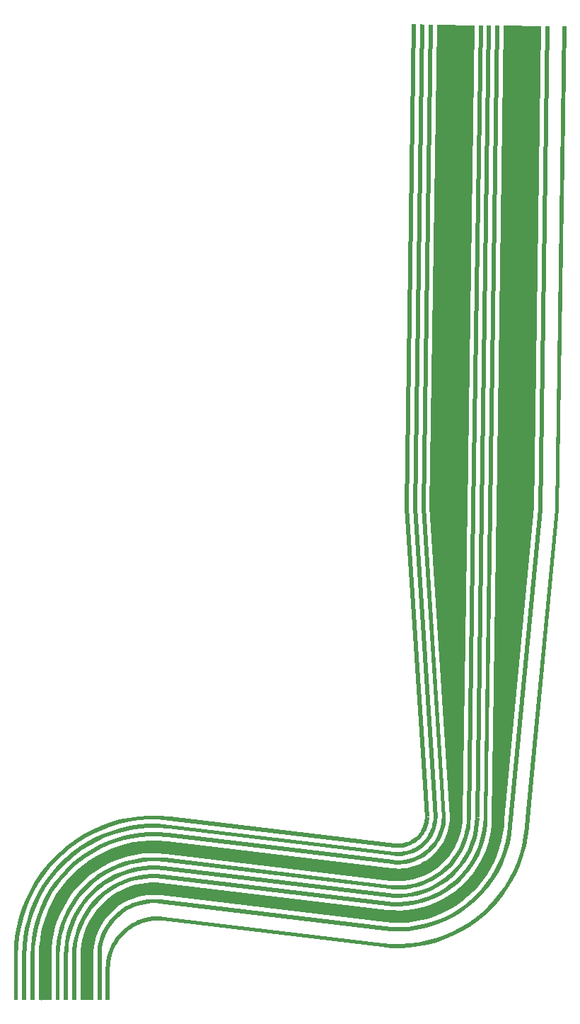
<source format=gbr>
G04 AutoGERB 2.0 for AutoCAD 14*
G04 RS274-X Output *
%FSLAX34Y34*%
%MOMM*%
%ADD12C,0.005000*%
%ADD13C,0.007000*%
G36*X2033435Y2035930D02*X2024820Y1457950D01*X2019821Y1458025*X2028436Y2036005*X2033435Y2035930*G37*G36*X2013438Y2036228D02*X2004822Y1458248D01*X1999823Y1458323*X2008439Y2036303*X2013438Y2036228*G37*G36*X2003439Y2036375D02*X1994823Y1458396D01*X1949828Y1459075*X1958444Y2037046*X2003439Y2036375*G37*G36*X1853455Y2038613D02*X1844840Y1460633D01*X1839841Y1460708*X1848456Y2038688*X1853455Y2038613*G37*G36*X1863454Y2038464D02*X1854839Y1460484D01*X1849840Y1460559*X1858455Y2038539*X1863454Y2038464*G37*G36*X1873453Y2038315D02*X1864838Y1460335D01*X1859839Y1460410*X1868454Y2038390*X1873453Y2038315*G37*G36*X1923448Y2037568D02*X1914832Y1459588D01*X1869837Y1460267*X1878453Y2038239*X1923448Y2037568*G37*G36*X1933446Y2037421D02*X1924831Y1459441D01*X1919832Y1459516*X1928447Y2037496*X1933446Y2037421*G37*G36*X1953444Y2037122D02*X1944829Y1459143D01*X1939830Y1459218*X1948445Y2037197*X1953444Y2037122*G37*G36*X1943445Y2037272D02*X1934830Y1459292D01*X1929831Y1459367*X1938446Y2037347*X1943445Y2037272*G37*G36*X1372092Y872582D02*X1372092Y925353D01*X1372496Y936958*X1373710Y948551*X1375728Y960030*X1378539Y971342*X1382131Y982431*X1386485Y993243*X1391580Y1003726*X1397392Y1013829*X1403892Y1023504*X1411049Y1032703*X1418829Y1041383*X1427194Y1049500*X1436102Y1057016*X1445513Y1063894*X1455378Y1070102*X1465651Y1075607*X1476283Y1080385*X1487220Y1084413*X1498412Y1087670*X1509803Y1090140*X1521338Y1091813*X1532962Y1092679*X1544630Y1092735*X1559496Y1091622*X1827923Y1059406*X1830220Y1059211*X1832481Y1059178*X1834740Y1059301*X1836984Y1059581*X1839203Y1060016*X1841386Y1060605*X1843523Y1061344*X1845604Y1062230*X1847618Y1063258*X1849556Y1064425*X1851407Y1065723*X1853164Y1067146*X1854818Y1068689*X1856361Y1070342*X1857784Y1072099*X1859082Y1073950*X1860249Y1075888*X1861278Y1077902*X1862164Y1079983*X1862903Y1082119*X1863492Y1084303*X1863928Y1086523*X1864208Y1088764*X1864339Y1091278*X1869332Y1091016*X1869191Y1088323*X1868867Y1085730*X1868365Y1083170*X1867686Y1080650*X1866833Y1078184*X1865809Y1075783*X1864622Y1073459*X1863277Y1071223*X1861779Y1069086*X1860136Y1067059*X1858355Y1065150*X1856447Y1063371*X1854420Y1061728*X1852283Y1060230*X1850047Y1058885*X1847723Y1057697*X1845322Y1056675*X1842855Y1055822*X1840336Y1055143*X1837775Y1054640*X1835185Y1054318*X1832580Y1054175*X1829971Y1054214*X1827414Y1054431*X1559011Y1086645*X1544455Y1087734*X1533159Y1087680*X1521883Y1086840*X1510692Y1085217*X1499641Y1082821*X1488785Y1079660*X1478174Y1075754*X1467860Y1071118*X1457893Y1065777*X1448322Y1059755*X1439193Y1053083*X1430551Y1045791*X1422436Y1037916*X1414888Y1029496*X1407945Y1020571*X1401639Y1011186*X1396001Y1001383*X1391058Y991214*X1386834Y980724*X1383350Y969967*X1380623Y958993*X1378665Y947856*X1377487Y936611*X1377091Y925266*X1377091Y872582*X1372092Y872582*G37*G36*X1382092Y872582D02*X1382092Y925353D01*X1382472Y936263*X1383614Y947163*X1385511Y957957*X1388154Y968594*X1391532Y979021*X1395625Y989187*X1400416Y999045*X1405881Y1008544*X1411993Y1017642*X1418723Y1026292*X1426039Y1034453*X1433904Y1042086*X1442281Y1049154*X1451130Y1055620*X1460406Y1061457*X1470065Y1066634*X1480062Y1071127*X1490347Y1074915*X1500871Y1077976*X1511582Y1080300*X1522428Y1081873*X1533358Y1082687*X1544329Y1082740*X1558304Y1081693*X1826731Y1049478*X1829722Y1049224*X1832679Y1049180*X1835632Y1049340*X1838566Y1049706*X1841468Y1050276*X1844324Y1051046*X1847118Y1052013*X1849839Y1053171*X1852473Y1054516*X1855007Y1056041*X1857428Y1057739*X1859726Y1059600*X1861889Y1061618*X1863906Y1063779*X1865768Y1066077*X1867465Y1068498*X1868991Y1071032*X1870337Y1073666*X1871495Y1076387*X1872461Y1079182*X1873232Y1082037*X1873802Y1084939*X1874168Y1087870*X1874338Y1091129*X1879331Y1090867*X1879151Y1087429*X1878741Y1084146*X1878105Y1080902*X1877244Y1077711*X1876164Y1074588*X1874868Y1071547*X1873364Y1068603*X1871660Y1065771*X1869763Y1063064*X1867681Y1060496*X1865426Y1058079*X1863009Y1055825*X1860441Y1053744*X1857734Y1051846*X1854902Y1050143*X1851958Y1048638*X1848917Y1047344*X1845793Y1046263*X1842601Y1045403*X1839359Y1044767*X1836077Y1044357*X1832778Y1044177*X1829473Y1044227*X1826222Y1044503*X1557819Y1076716*X1544154Y1077739*X1533555Y1077688*X1522973Y1076900*X1512471Y1075377*X1502100Y1073127*X1491912Y1070162*X1481953Y1066496*X1472274Y1062145*X1462921Y1057132*X1453939Y1051481*X1445372Y1045219*X1437261Y1038377*X1429646Y1030986*X1422562Y1023085*X1416046Y1014709*X1410128Y1005901*X1404837Y996702*X1400198Y987158*X1396235Y977314*X1392965Y967219*X1390406Y956920*X1388569Y946468*X1387463Y935914*X1387091Y925266*X1387091Y872582*X1382092Y872582*G37*G54D12*X1404592Y872582D02*X1404592Y925310D01*X1404919Y934698*X1405898Y944041*X1407524Y953294*X1409790Y962410*X1412685Y971347*X1416194Y980062*X1420300Y988511*X1424984Y996654*X1430223Y1004451*X1435992Y1011866*X1442262Y1018861*X1449004Y1025403*X1456184Y1031461*X1463768Y1037004*X1471719Y1042007*X1479999Y1046444*X1488567Y1050296*X1497383Y1053541*X1506403Y1056166*X1515583Y1058158*X1524880Y1059506*X1534248Y1060204*X1543642Y1060249*X1555679Y1059348*X1824094Y1027133*X1828601Y1026751*X1833124Y1026683*X1837640Y1026929*X1842128Y1027489*X1846567Y1028360*X1850934Y1029538*X1855208Y1031016*X1859370Y1032788*X1863398Y1034845*X1867274Y1037177*X1870977Y1039773*X1874492Y1042621*X1877800Y1045706*X1880885Y1049013*X1883733Y1052527*X1886329Y1056231*X1888662Y1060106*X1890719Y1064134*X1892492Y1068296*X1893970Y1072570*X1895148Y1076937*X1896019Y1081375*X1896580Y1085864*X1896833Y1090701*G36*X1392092Y872582D02*X1392092Y925353D01*X1392447Y935568*X1393517Y945776*X1395294Y955885*X1397769Y965846*X1400932Y975611*X1404766Y985131*X1409253Y994363*X1414371Y1003259*X1420095Y1011780*X1426398Y1019880*X1433248Y1027524*X1440614Y1034671*X1448459Y1041290*X1456746Y1047347*X1465433Y1052813*X1474480Y1057661*X1483842Y1061869*X1493473Y1065416*X1503329Y1068283*X1513360Y1070459*X1523518Y1071932*X1533754Y1072695*X1544029Y1072744*X1557113Y1071764*X1825540Y1039549*X1829223Y1039236*X1832876Y1039182*X1836524Y1039380*X1840148Y1039832*X1843734Y1040536*X1847261Y1041487*X1850713Y1042681*X1854075Y1044113*X1857328Y1045773*X1860458Y1047657*X1863449Y1049755*X1866288Y1052054*X1868960Y1054545*X1871451Y1057217*X1873751Y1060055*X1875849Y1063046*X1877733Y1066176*X1879395Y1069429*X1880826Y1072791*X1882020Y1076243*X1882971Y1079771*X1883676Y1083355*X1884128Y1086977*X1884337Y1090980*X1889330Y1090718*X1889111Y1086536*X1888615Y1082562*X1887844Y1078636*X1886803Y1074774*X1885495Y1070992*X1883926Y1067310*X1882106Y1063747*X1880042Y1060319*X1877746Y1057042*X1875226Y1053934*X1872497Y1051008*X1869571Y1048279*X1866462Y1045760*X1863185Y1043464*X1859757Y1041400*X1856194Y1039580*X1852512Y1038012*X1848730Y1036704*X1844867Y1035663*X1840941Y1034893*X1836971Y1034397*X1832975Y1034179*X1828974Y1034239*X1825031Y1034574*X1556628Y1066787*X1543854Y1067743*X1533951Y1067696*X1524063Y1066959*X1514249Y1065536*X1504558Y1063434*X1495038Y1060663*X1485733Y1057238*X1476689Y1053172*X1467948Y1048488*X1459555Y1043208*X1451550Y1037357*X1443971Y1030962*X1436855Y1024057*X1430237Y1016673*X1424148Y1008847*X1418618Y1000616*X1413674Y992020*X1409339Y983102*X1405635Y973904*X1402580Y964471*X1400189Y954848*X1398472Y945081*X1397438Y935219*X1397091Y925266*X1397091Y872582*X1392092Y872582*G37*G36*X1402092Y872582D02*X1402092Y925440D01*X1402420Y934873*X1403418Y944389*X1405074Y953812*X1407382Y963098*X1410330Y972201*X1413904Y981077*X1418086Y989683*X1422858Y997977*X1428194Y1005919*X1434069Y1013471*X1440456Y1020596*X1447323Y1027260*X1454636Y1033429*X1462360Y1039075*X1470459Y1044172*X1478893Y1048691*X1487620Y1052613*X1496599Y1055920*X1505787Y1058594*X1515138Y1060621*X1524606Y1061994*X1534148Y1062706*X1543754Y1062752*X1555810Y1061849*X1824262Y1029631*X1828725Y1029252*X1833074Y1029187*X1837417Y1029423*X1841732Y1029961*X1845998Y1030799*X1850198Y1031931*X1854307Y1033352*X1858309Y1035057*X1862182Y1037034*X1865908Y1039277*X1869469Y1041772*X1872848Y1044510*X1876028Y1047476*X1878995Y1050656*X1881732Y1054035*X1884230Y1057596*X1886472Y1061321*X1888449Y1065194*X1890154Y1069197*X1891576Y1073306*X1892708Y1077504*X1893546Y1081772*X1894084Y1086078*X1894342Y1091018*X1909321Y1090233*X1909035Y1084755*X1908365Y1079395*X1907327Y1074103*X1905923Y1068895*X1904159Y1063798*X1902046Y1058837*X1899593Y1054034*X1896811Y1049413*X1893715Y1044996*X1890320Y1040807*X1886641Y1036863*X1882697Y1033185*X1878506Y1029789*X1874089Y1026694*X1869469Y1023913*X1864666Y1021460*X1859704Y1019347*X1854607Y1017584*X1849399Y1016180*X1844107Y1015142*X1838754Y1014474*X1833369Y1014180*X1827978Y1014261*X1822733Y1014706*X1554355Y1046916*X1543229Y1047749*X1534743Y1047709*X1526243Y1047075*X1517807Y1045852*X1509476Y1044045*X1501292Y1041663*X1493293Y1038718*X1485518Y1035224*X1478006Y1031197*X1470791Y1026658*X1463909Y1021628*X1457394Y1016131*X1451277Y1010195*X1445588Y1003848*X1440353Y997120*X1435599Y990044*X1431349Y982656*X1427623Y974990*X1424439Y967082*X1421813Y958973*X1419757Y950701*X1418281Y942306*X1417393Y933828*X1417091Y925179*X1417091Y872582*X1402092Y872582*G37*G36*X1452092Y872582D02*X1452092Y925440D01*X1452299Y931395*X1452934Y937451*X1453988Y943448*X1455457Y949357*X1457333Y955149*X1459607Y960798*X1462269Y966275*X1465304Y971553*X1468701Y976607*X1472439Y981413*X1476504Y985947*X1480874Y990187*X1485528Y994114*X1490443Y997707*X1495598Y1000951*X1500965Y1003826*X1506518Y1006322*X1512232Y1008427*X1518079Y1010128*X1524030Y1011418*X1530055Y1012292*X1536128Y1012745*X1542254Y1012775*X1549852Y1012206*X1818304Y979987*X1826234Y979314*X1834061Y979196*X1841878Y979623*X1849646Y980592*X1857327Y982099*X1864885Y984137*X1872283Y986695*X1879486Y989763*X1886457Y993322*X1893164Y997359*X1899575Y1001852*X1905657Y1006781*X1911382Y1012119*X1916721Y1017843*X1921650Y1023926*X1926144Y1030335*X1930181Y1037042*X1933742Y1044013*X1936809Y1051215*X1939368Y1058614*X1941407Y1066171*X1942915Y1073853*X1943884Y1081612*X1944337Y1090273*X1959316Y1089487*X1958835Y1080289*X1957734Y1071476*X1956026Y1062770*X1953715Y1054203*X1950814Y1045818*X1947337Y1037656*X1943302Y1029753*X1938725Y1022152*X1933633Y1014887*X1928046Y1007994*X1921995Y1001506*X1915506Y995454*X1908612Y989869*X1901347Y984776*X1893744Y980201*X1885843Y976166*X1877680Y972690*X1869294Y969790*X1860728Y967480*X1852021Y965773*X1843217Y964674*X1834358Y964189*X1825485Y964323*X1816775Y965062*X1548397Y997273*X1541729Y997772*X1536723Y997748*X1531692Y997373*X1526699Y996649*X1521768Y995579*X1516925Y994170*X1512191Y992427*X1507590Y990359*X1503143Y987976*X1498874Y985290*X1494801Y982313*X1490945Y979060*X1487325Y975546*X1483958Y971790*X1480860Y967808*X1478047Y963622*X1475532Y959248*X1473326Y954711*X1471442Y950032*X1469888Y945232*X1468671Y940337*X1467797Y935368*X1467272Y930350*X1467091Y925179*X1467091Y872582*X1452092Y872582*G37*G36*X1422092Y872582D02*X1422092Y925353D01*X1422375Y933482*X1423227Y941613*X1424642Y949666*X1426614Y957601*X1429134Y965380*X1432188Y972964*X1435762Y980319*X1439839Y987405*X1444399Y994193*X1449420Y1000646*X1454877Y1006734*X1460745Y1012428*X1466995Y1017701*X1473596Y1022526*X1480516Y1026880*X1487723Y1030743*X1495181Y1034094*X1502853Y1036920*X1510705Y1039204*X1518695Y1040937*X1526787Y1042111*X1534941Y1042719*X1543129Y1042758*X1553538Y1041978*X1821965Y1009763*X1827728Y1009274*X1833469Y1009188*X1839201Y1009500*X1844898Y1010210*X1850531Y1011316*X1856074Y1012811*X1861499Y1014687*X1866781Y1016936*X1871894Y1019546*X1876812Y1022507*X1881513Y1025802*X1885974Y1029416*X1890172Y1033331*X1894088Y1037529*X1897702Y1041989*X1900997Y1046690*X1903958Y1051608*X1906570Y1056721*X1908819Y1062002*X1910695Y1067428*X1912191Y1072971*X1913297Y1078604*X1914008Y1084297*X1914333Y1090533*X1919326Y1090272*X1918991Y1083856*X1918236Y1077811*X1917064Y1071836*X1915478Y1065957*X1913488Y1060203*X1911101Y1054602*X1908331Y1049179*X1905192Y1043963*X1901697Y1038976*X1897863Y1034246*X1893709Y1029794*X1889257Y1025641*X1884526Y1021807*X1879539Y1018312*X1874323Y1015173*X1868900Y1012403*X1863298Y1010018*X1857543Y1008028*X1851664Y1006443*X1845689Y1005271*X1839648Y1004517*X1833568Y1004185*X1827479Y1004277*X1821456Y1004788*X1553053Y1037001*X1542954Y1037757*X1535138Y1037720*X1527332Y1037138*X1519584Y1036014*X1511934Y1034355*X1504418Y1032167*X1497072Y1029463*X1489932Y1026254*X1483031Y1022555*X1476405Y1018387*X1470086Y1013768*X1464102Y1008719*X1458484Y1003267*X1453259Y997439*X1448452Y991260*X1444086Y984762*X1440183Y977976*X1436761Y970935*X1433837Y963673*X1431425Y956226*X1429537Y948629*X1428182Y940918*X1427366Y933133*X1427091Y925266*X1427091Y872582*X1422092Y872582*G37*G36*X1442092Y872582D02*X1442092Y925353D01*X1442326Y932090*X1443033Y938838*X1444208Y945520*X1445844Y952105*X1447935Y958560*X1450469Y964853*X1453435Y970955*X1456818Y976836*X1460602Y982468*X1464768Y987822*X1469297Y992875*X1474166Y997600*X1479351Y1001974*X1484828Y1005978*X1490572Y1009592*X1496551Y1012797*X1502740Y1015578*X1509106Y1017923*X1515622Y1019818*X1522252Y1021256*X1528966Y1022230*X1535732Y1022734*X1542529Y1022767*X1551155Y1022121*X1819581Y989905*X1826732Y989298*X1833864Y989191*X1840985Y989580*X1848063Y990463*X1855062Y991836*X1861949Y993693*X1868689Y996024*X1875252Y998819*X1881604Y1002062*X1887715Y1005740*X1893555Y1009834*X1899097Y1014324*X1904314Y1019188*X1909178Y1024404*X1913669Y1029946*X1917763Y1035785*X1921442Y1041896*X1924687Y1048248*X1927481Y1054810*X1929812Y1061550*X1931670Y1068438*X1933045Y1075436*X1933928Y1082511*X1934331Y1090235*X1939324Y1089973*X1938911Y1082070*X1937984Y1074643*X1936543Y1067303*X1934595Y1060081*X1932150Y1053011*X1929218Y1046129*X1925815Y1039467*X1921958Y1033058*X1917664Y1026933*X1912953Y1021121*X1907851Y1015651*X1902380Y1010549*X1896568Y1005839*X1890442Y1001545*X1884033Y997689*X1877371Y994286*X1870488Y991355*X1863418Y988910*X1856195Y986963*X1848854Y985524*X1841432Y984597*X1833963Y984188*X1826483Y984301*X1819072Y984930*X1550670Y1017144*X1542354Y1017766*X1535931Y1017735*X1529511Y1017257*X1523141Y1016333*X1516851Y1014969*X1510671Y1013170*X1504631Y1010947*X1498760Y1008308*X1493087Y1005267*X1487639Y1001839*X1482442Y998041*X1477523Y993891*X1472904Y989408*X1468607Y984615*X1464655Y979535*X1461065Y974193*X1457856Y968612*X1455042Y962824*X1452638Y956853*X1450655Y950730*X1449103Y944483*X1447988Y938143*X1447317Y931743*X1447091Y925266*X1447091Y872582*X1442092Y872582*G37*G36*X1432092Y872582D02*X1432092Y925353D01*X1432350Y932786*X1433130Y940226*X1434425Y947593*X1436229Y954853*X1438534Y961970*X1441329Y968909*X1444598Y975637*X1448329Y982121*X1452500Y988330*X1457094Y994234*X1462087Y999805*X1467455Y1005014*X1473173Y1009839*X1479213Y1014252*X1485544Y1018236*X1492137Y1021770*X1498960Y1024837*X1505980Y1027421*X1513162Y1029511*X1520474Y1031097*X1527877Y1032170*X1535336Y1032726*X1542829Y1032762*X1552346Y1032050*X1820773Y999834*X1827230Y999286*X1833666Y999189*X1840093Y999540*X1846481Y1000337*X1852797Y1001576*X1859011Y1003252*X1865094Y1005356*X1871016Y1007878*X1876749Y1010804*X1882264Y1014124*X1887534Y1017818*X1892535Y1021870*X1897243Y1026260*X1901633Y1030967*X1905685Y1035968*X1909381Y1041237*X1912700Y1046752*X1915628Y1052484*X1918150Y1058406*X1920254Y1064489*X1921930Y1070704*X1923171Y1077020*X1923968Y1083404*X1924332Y1090384*X1929325Y1090122*X1928951Y1082963*X1928110Y1076227*X1926803Y1069569*X1925037Y1063020*X1922819Y1056607*X1920159Y1050365*X1917073Y1044323*X1913574Y1038510*X1909680Y1032955*X1905408Y1027684*X1900780Y1022723*X1895818Y1018095*X1890547Y1013823*X1884991Y1009929*X1879178Y1006431*X1873135Y1003345*X1866893Y1000687*X1860480Y998469*X1853930Y996703*X1847272Y995398*X1840540Y994557*X1833765Y994186*X1826981Y994289*X1820264Y994859*X1551861Y1027073*X1542654Y1027761*X1535535Y1027727*X1528422Y1027197*X1521363Y1026174*X1514393Y1024662*X1507545Y1022668*X1500851Y1020204*X1494346Y1017281*X1488059Y1013911*X1482022Y1010113*X1476264Y1005904*X1470812Y1001305*X1465694Y996338*X1460933Y991027*X1456553Y985397*X1452576Y979476*X1449019Y973294*X1445902Y966880*X1443237Y960263*X1441040Y953478*X1439320Y946556*X1438085Y939531*X1437341Y932437*X1437091Y925266*X1437091Y872582*X1432092Y872582*G37*G36*X1482092Y872582D02*X1482092Y909645D01*X1482241Y913949*X1482695Y918274*X1483447Y922557*X1484496Y926778*X1485837Y930916*X1487461Y934950*X1489362Y938862*X1491531Y942632*X1493957Y946242*X1496628Y949674*X1499530Y952913*X1502652Y955942*X1505976Y958746*X1509486Y961313*X1513168Y963629*X1517001Y965684*X1520969Y967466*X1525050Y968970*X1529226Y970184*X1533476Y971106*X1537781Y971731*X1542118Y972054*X1546479Y972075*X1551984Y971662*X1813623Y940261*X1824240Y939360*X1834851Y939201*X1845447Y939779*X1855977Y941093*X1866391Y943137*X1876637Y945899*X1886665Y949367*X1896429Y953525*X1905879Y958350*X1914972Y963823*X1923661Y969914*X1931906Y976594*X1939667Y983831*X1946905Y991591*X1953586Y999836*X1959678Y1008525*X1965151Y1017616*X1969979Y1027067*X1974136Y1036830*X1977605Y1046859*X1980369Y1057105*X1982414Y1067518*X1983728Y1078044*X1984326Y1089490*X1989319Y1089228*X1988711Y1077603*X1987353Y1066725*X1985242Y1055970*X1982388Y1045388*X1978805Y1035031*X1974510Y1024948*X1969524Y1015187*X1963873Y1005798*X1957581Y996823*X1950680Y988308*X1943204Y980294*X1935189Y972819*X1926674Y965919*X1917699Y959628*X1908308Y953977*X1898548Y948992*X1888464Y944698*X1878106Y941116*X1867524Y938264*X1856770Y936154*X1845894Y934796*X1834950Y934198*X1823991Y934363*X1813114Y935286*X1551499Y966685*X1546304Y967074*X1542315Y967055*X1538326Y966758*X1534367Y966183*X1530455Y965335*X1526615Y964217*X1522860Y962835*X1519210Y961195*X1515683Y959304*X1512297Y957174*X1509067Y954813*X1506009Y952233*X1503137Y949446*X1500467Y946467*X1498010Y943309*X1495778Y939987*X1493783Y936519*X1492034Y932921*X1490540Y929209*X1489307Y925403*X1488342Y921520*X1487650Y917579*X1487232Y913600*X1487091Y909558*X1487091Y872582*X1482092Y872582*G37*G36*X1472092Y872582D02*X1472092Y925353D01*X1472254Y930004*X1472743Y934675*X1473556Y939301*X1474689Y943860*X1476137Y948329*X1477891Y952686*X1479944Y956911*X1482287Y960983*X1484906Y964881*X1487790Y968588*X1490925Y972086*X1494296Y975357*X1497887Y978386*X1501678Y981157*X1505655Y983659*X1509794Y985878*X1514079Y987803*X1518486Y989427*X1522997Y990739*X1527587Y991734*X1532236Y992409*X1536920Y992758*X1541629Y992780*X1547580Y992335*X1816007Y960119*X1825237Y959336*X1834456Y959197*X1843662Y959699*X1852812Y960841*X1861859Y962616*X1870761Y965017*X1879475Y968030*X1887958Y971643*X1896169Y975835*X1904069Y980590*X1911619Y985882*X1918783Y991686*X1925526Y997974*X1931815Y1004716*X1937619Y1011880*X1942913Y1019429*X1947668Y1027328*X1951862Y1035539*X1955474Y1044022*X1958488Y1052735*X1960889Y1061638*X1962666Y1070685*X1963808Y1079831*X1964328Y1089788*X1969321Y1089526*X1968791Y1079390*X1967605Y1069892*X1965762Y1060503*X1963271Y1051266*X1960143Y1042223*X1956393Y1033420*X1952041Y1024899*X1947106Y1016702*X1941614Y1008867*X1935590Y1001433*X1929063Y994437*X1922066Y987911*X1914632Y981887*X1906796Y976395*X1898598Y971462*X1890077Y967110*X1881274Y963361*X1872230Y960234*X1862992Y957743*X1853603Y955902*X1844109Y954716*X1834555Y954194*X1824988Y954339*X1815498Y955144*X1547095Y987358*X1541454Y987779*X1537117Y987759*X1532781Y987436*X1528476Y986811*X1524226Y985890*X1520051Y984674*X1515970Y983172*X1512003Y981389*X1508170Y979334*X1504489Y977018*X1500978Y974451*X1497653Y971648*X1494532Y968619*X1491629Y965381*X1488959Y961948*X1486534Y958338*X1484365Y954568*X1482464Y950657*X1480840Y946622*X1479500Y942485*X1478451Y938264*X1477698Y933982*X1477245Y929655*X1477091Y925266*X1477091Y872582*X1472092Y872582*G37*G36*X1995207Y1461796D02*X1959208Y1088354D01*X1944321Y1089184*X1949926Y1464313*X1995207Y1461796*G37*G36*X1914874Y1463636D02*X1909320Y1090165D01*X1894377Y1089784*X1869635Y1462473*X1914874Y1463636*G37*G36*X1844835Y1460836D02*X1869330Y1091313D01*X1864341Y1090983*X1839846Y1460505*X1844835Y1460836*G37*G36*X1854834Y1460687D02*X1879357Y1090742D01*X1874368Y1090412*X1849845Y1460356*X1854834Y1460687*G37*G36*X1864833Y1460538D02*X1889328Y1091015D01*X1884339Y1090685*X1859844Y1460207*X1864833Y1460538*G37*G36*X1924831Y1459441D02*X1919329Y1090365D01*X1914330Y1090440*X1919832Y1459516*X1924831Y1459441*G37*G36*X1934830Y1459292D02*X1929328Y1090216D01*X1924329Y1090291*X1929831Y1459367*X1934830Y1459292*G37*G36*X1944829Y1459143D02*X1939327Y1090067D01*X1934328Y1090142*X1939830Y1459218*X1944829Y1459143*G37*G36*X2004811Y1458046D02*X1969193Y1088168D01*X1964216Y1088648*X1999834Y1458525*X2004811Y1458046*G37*G36*X2024809Y1457748D02*X1989311Y1089120D01*X1984334Y1089600*X2019832Y1458227*X2024809Y1457748*G37*M02*
</source>
